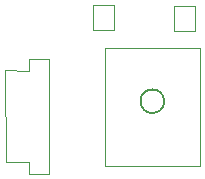
<source format=gbr>
%TF.GenerationSoftware,KiCad,Pcbnew,8.0.0*%
%TF.CreationDate,2024-03-12T22:02:49+01:00*%
%TF.ProjectId,projet s6,70726f6a-6574-4207-9336-2e6b69636164,rev?*%
%TF.SameCoordinates,Original*%
%TF.FileFunction,Legend,Bot*%
%TF.FilePolarity,Positive*%
%FSLAX46Y46*%
G04 Gerber Fmt 4.6, Leading zero omitted, Abs format (unit mm)*
G04 Created by KiCad (PCBNEW 8.0.0) date 2024-03-12 22:02:49*
%MOMM*%
%LPD*%
G01*
G04 APERTURE LIST*
%ADD10C,0.100000*%
%ADD11C,0.150000*%
G04 APERTURE END LIST*
%TO.C,SW1*%
D10*
X190105000Y-65765000D02*
X188325000Y-65765000D01*
X188325000Y-67865000D01*
X190105000Y-67865000D01*
X190105000Y-65765000D01*
%TO.C,PA1010D1*%
X182490000Y-69350000D02*
X190490000Y-69350000D01*
X190490000Y-79350000D01*
X182490000Y-79350000D01*
X182490000Y-69350000D01*
D11*
X187490000Y-73850000D02*
G75*
G02*
X185490000Y-73850000I-1000000J0D01*
G01*
X185490000Y-73850000D02*
G75*
G02*
X187490000Y-73850000I1000000J0D01*
G01*
%TO.C,SW2*%
D10*
X183255000Y-65715000D02*
X181475000Y-65715000D01*
X181475000Y-67815000D01*
X183255000Y-67815000D01*
X183255000Y-65715000D01*
%TO.C,J1*%
X174055000Y-71245000D02*
X174075000Y-79025000D01*
X176015000Y-79025000D02*
X174075000Y-79025000D01*
X176015000Y-80025000D02*
X176015000Y-79025000D01*
X176025000Y-70265000D02*
X176025000Y-71265000D01*
X176025000Y-71265000D02*
X174055000Y-71245000D01*
X177745000Y-70265000D02*
X176035000Y-70265000D01*
X177745000Y-70265000D02*
X177745000Y-80025000D01*
X177745000Y-80025000D02*
X176015000Y-80025000D01*
%TD*%
M02*

</source>
